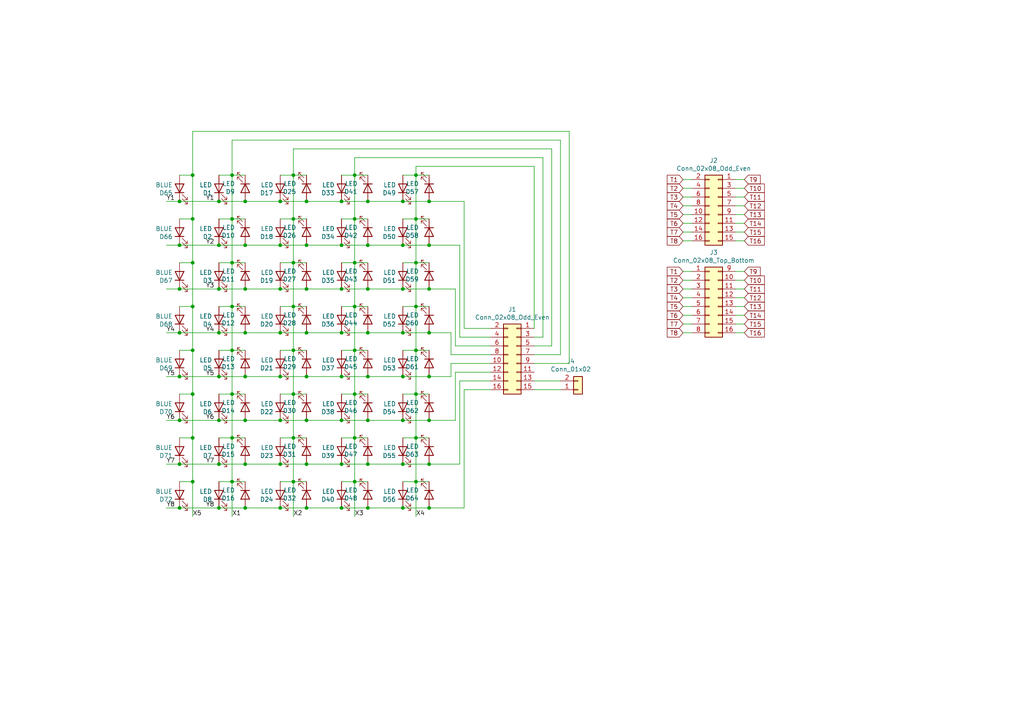
<source format=kicad_sch>
(kicad_sch (version 20230121) (generator eeschema)
  (paper "A4")
  (lib_symbols
    (symbol "Connector_Generic:Conn_01x02" (pin_names (offset 1.016) hide)
      (property "Reference" "J" (at 0 2.54 0))
      (property "Value" "Conn_01x02" (at 0 -5.08 0))
      (symbol "Conn_01x02_1_1"
        (rectangle (start -1.27 -2.413) (end 0 -2.667) (stroke (width 0.1524)))
        (rectangle (start -1.27 0.127) (end 0 -0.127) (stroke (width 0.1524)))
        (rectangle (start -1.27 1.27) (end 1.27 -3.81) (stroke (width 0.254)) (fill (type background)))
        (pin passive line (at -5.08 0 0) (length 3.81) (name "Pin_1") (number "1"))
        (pin passive line (at -5.08 -2.54 0) (length 3.81) (name "Pin_2") (number "2"))
      )
    )
    (symbol "Connector_Generic:Conn_02x08_Odd_Even" (pin_names (offset 1.016) hide)
      (property "Reference" "J" (at 1.27 10.16 0))
      (property "Value" "Conn_02x08_Odd_Even" (at 1.27 -12.7 0))
      (symbol "Conn_02x08_Odd_Even_1_1"
        (rectangle (start -1.27 -10.033) (end 0 -10.287) (stroke (width 0.1524)))
        (rectangle (start -1.27 -7.493) (end 0 -7.747) (stroke (width 0.1524)))
        (rectangle (start -1.27 -4.953) (end 0 -5.207) (stroke (width 0.1524)))
        (rectangle (start -1.27 -2.413) (end 0 -2.667) (stroke (width 0.1524)))
        (rectangle (start -1.27 0.127) (end 0 -0.127) (stroke (width 0.1524)))
        (rectangle (start -1.27 2.667) (end 0 2.413) (stroke (width 0.1524)))
        (rectangle (start -1.27 5.207) (end 0 4.953) (stroke (width 0.1524)))
        (rectangle (start -1.27 7.747) (end 0 7.493) (stroke (width 0.1524)))
        (rectangle (start -1.27 8.89) (end 3.81 -11.43) (stroke (width 0.254)) (fill (type background)))
        (rectangle (start 3.81 -10.033) (end 2.54 -10.287) (stroke (width 0.1524)))
        (rectangle (start 3.81 -7.493) (end 2.54 -7.747) (stroke (width 0.1524)))
        (rectangle (start 3.81 -4.953) (end 2.54 -5.207) (stroke (width 0.1524)))
        (rectangle (start 3.81 -2.413) (end 2.54 -2.667) (stroke (width 0.1524)))
        (rectangle (start 3.81 0.127) (end 2.54 -0.127) (stroke (width 0.1524)))
        (rectangle (start 3.81 2.667) (end 2.54 2.413) (stroke (width 0.1524)))
        (rectangle (start 3.81 5.207) (end 2.54 4.953) (stroke (width 0.1524)))
        (rectangle (start 3.81 7.747) (end 2.54 7.493) (stroke (width 0.1524)))
        (pin passive line (at -5.08 7.62 0) (length 3.81) (name "Pin_1") (number "1"))
        (pin passive line (at 7.62 -2.54 180) (length 3.81) (name "Pin_10") (number "10"))
        (pin passive line (at -5.08 -5.08 0) (length 3.81) (name "Pin_11") (number "11"))
        (pin passive line (at 7.62 -5.08 180) (length 3.81) (name "Pin_12") (number "12"))
        (pin passive line (at -5.08 -7.62 0) (length 3.81) (name "Pin_13") (number "13"))
        (pin passive line (at 7.62 -7.62 180) (length 3.81) (name "Pin_14") (number "14"))
        (pin passive line (at -5.08 -10.16 0) (length 3.81) (name "Pin_15") (number "15"))
        (pin passive line (at 7.62 -10.16 180) (length 3.81) (name "Pin_16") (number "16"))
        (pin passive line (at 7.62 7.62 180) (length 3.81) (name "Pin_2") (number "2"))
        (pin passive line (at -5.08 5.08 0) (length 3.81) (name "Pin_3") (number "3"))
        (pin passive line (at 7.62 5.08 180) (length 3.81) (name "Pin_4") (number "4"))
        (pin passive line (at -5.08 2.54 0) (length 3.81) (name "Pin_5") (number "5"))
        (pin passive line (at 7.62 2.54 180) (length 3.81) (name "Pin_6") (number "6"))
        (pin passive line (at -5.08 0 0) (length 3.81) (name "Pin_7") (number "7"))
        (pin passive line (at 7.62 0 180) (length 3.81) (name "Pin_8") (number "8"))
        (pin passive line (at -5.08 -2.54 0) (length 3.81) (name "Pin_9") (number "9"))
      )
    )
    (symbol "Connector_Generic:Conn_02x08_Top_Bottom" (pin_names (offset 1.016) hide)
      (property "Reference" "J" (at 1.27 10.16 0))
      (property "Value" "Conn_02x08_Top_Bottom" (at 1.27 -12.7 0))
      (symbol "Conn_02x08_Top_Bottom_1_1"
        (rectangle (start -1.27 -10.033) (end 0 -10.287) (stroke (width 0.1524)))
        (rectangle (start -1.27 -7.493) (end 0 -7.747) (stroke (width 0.1524)))
        (rectangle (start -1.27 -4.953) (end 0 -5.207) (stroke (width 0.1524)))
        (rectangle (start -1.27 -2.413) (end 0 -2.667) (stroke (width 0.1524)))
        (rectangle (start -1.27 0.127) (end 0 -0.127) (stroke (width 0.1524)))
        (rectangle (start -1.27 2.667) (end 0 2.413) (stroke (width 0.1524)))
        (rectangle (start -1.27 5.207) (end 0 4.953) (stroke (width 0.1524)))
        (rectangle (start -1.27 7.747) (end 0 7.493) (stroke (width 0.1524)))
        (rectangle (start -1.27 8.89) (end 3.81 -11.43) (stroke (width 0.254)) (fill (type background)))
        (rectangle (start 3.81 -10.033) (end 2.54 -10.287) (stroke (width 0.1524)))
        (rectangle (start 3.81 -7.493) (end 2.54 -7.747) (stroke (width 0.1524)))
        (rectangle (start 3.81 -4.953) (end 2.54 -5.207) (stroke (width 0.1524)))
        (rectangle (start 3.81 -2.413) (end 2.54 -2.667) (stroke (width 0.1524)))
        (rectangle (start 3.81 0.127) (end 2.54 -0.127) (stroke (width 0.1524)))
        (rectangle (start 3.81 2.667) (end 2.54 2.413) (stroke (width 0.1524)))
        (rectangle (start 3.81 5.207) (end 2.54 4.953) (stroke (width 0.1524)))
        (rectangle (start 3.81 7.747) (end 2.54 7.493) (stroke (width 0.1524)))
        (pin passive line (at -5.08 7.62 0) (length 3.81) (name "Pin_1") (number "1"))
        (pin passive line (at 7.62 5.08 180) (length 3.81) (name "Pin_10") (number "10"))
        (pin passive line (at 7.62 2.54 180) (length 3.81) (name "Pin_11") (number "11"))
        (pin passive line (at 7.62 0 180) (length 3.81) (name "Pin_12") (number "12"))
        (pin passive line (at 7.62 -2.54 180) (length 3.81) (name "Pin_13") (number "13"))
        (pin passive line (at 7.62 -5.08 180) (length 3.81) (name "Pin_14") (number "14"))
        (pin passive line (at 7.62 -7.62 180) (length 3.81) (name "Pin_15") (number "15"))
        (pin passive line (at 7.62 -10.16 180) (length 3.81) (name "Pin_16") (number "16"))
        (pin passive line (at -5.08 5.08 0) (length 3.81) (name "Pin_2") (number "2"))
        (pin passive line (at -5.08 2.54 0) (length 3.81) (name "Pin_3") (number "3"))
        (pin passive line (at -5.08 0 0) (length 3.81) (name "Pin_4") (number "4"))
        (pin passive line (at -5.08 -2.54 0) (length 3.81) (name "Pin_5") (number "5"))
        (pin passive line (at -5.08 -5.08 0) (length 3.81) (name "Pin_6") (number "6"))
        (pin passive line (at -5.08 -7.62 0) (length 3.81) (name "Pin_7") (number "7"))
        (pin passive line (at -5.08 -10.16 0) (length 3.81) (name "Pin_8") (number "8"))
        (pin passive line (at 7.62 7.62 180) (length 3.81) (name "Pin_9") (number "9"))
      )
    )
    (symbol "Device:LED" (pin_numbers hide) (pin_names (offset 1.016) hide)
      (property "Reference" "D" (at 0 2.54 0))
      (property "Value" "LED" (at 0 -2.54 0))
      (symbol "LED_0_1"
        (polyline (pts (xy -1.27 -1.27) (xy -1.27 1.27)) (stroke (width 0.254)))
        (polyline (pts (xy -1.27 0) (xy 1.27 0)))
        (polyline (pts (xy 1.27 -1.27) (xy 1.27 1.27) (xy -1.27 0) (xy 1.27 -1.27)) (stroke (width 0.254)))
        (polyline (pts (xy -3.048 -0.762) (xy -4.572 -2.286) (xy -3.81 -2.286) (xy -4.572 -2.286) (xy -4.572 -1.524)))
        (polyline (pts (xy -1.778 -0.762) (xy -3.302 -2.286) (xy -2.54 -2.286) (xy -3.302 -2.286) (xy -3.302 -1.524)))
      )
      (symbol "LED_1_1"
        (pin passive line (at -3.81 0 0) (length 2.54) (name "K") (number "1"))
        (pin passive line (at 3.81 0 180) (length 2.54) (name "A") (number "2"))
      )
    )
  )
  (junction (at 85.09 63.5))
  (junction (at 124.46 147.32))
  (junction (at 81.28 134.62))
  (junction (at 106.68 83.82))
  (junction (at 63.5 71.12))
  (junction (at 106.68 71.12))
  (junction (at 85.09 50.8))
  (junction (at 102.87 88.9))
  (junction (at 52.07 58.42))
  (junction (at 88.9 147.32))
  (junction (at 55.88 76.2))
  (junction (at 52.07 121.92))
  (junction (at 81.28 83.82))
  (junction (at 63.5 109.22))
  (junction (at 81.28 121.92))
  (junction (at 99.06 96.52))
  (junction (at 71.12 71.12))
  (junction (at 67.31 76.2))
  (junction (at 81.28 96.52))
  (junction (at 55.88 88.9))
  (junction (at 71.12 147.32))
  (junction (at 81.28 58.42))
  (junction (at 106.68 121.92))
  (junction (at 116.84 71.12))
  (junction (at 55.88 114.3))
  (junction (at 116.84 83.82))
  (junction (at 55.88 139.7))
  (junction (at 55.88 63.5))
  (junction (at 63.5 147.32))
  (junction (at 120.65 88.9))
  (junction (at 120.65 63.5))
  (junction (at 71.12 134.62))
  (junction (at 52.07 83.82))
  (junction (at 116.84 147.32))
  (junction (at 52.07 134.62))
  (junction (at 88.9 134.62))
  (junction (at 99.06 58.42))
  (junction (at 106.68 109.22))
  (junction (at 124.46 96.52))
  (junction (at 85.09 114.3))
  (junction (at 81.28 71.12))
  (junction (at 63.5 134.62))
  (junction (at 71.12 83.82))
  (junction (at 124.46 71.12))
  (junction (at 106.68 58.42))
  (junction (at 99.06 121.92))
  (junction (at 116.84 134.62))
  (junction (at 85.09 88.9))
  (junction (at 55.88 101.6))
  (junction (at 85.09 139.7))
  (junction (at 124.46 58.42))
  (junction (at 88.9 96.52))
  (junction (at 67.31 127))
  (junction (at 124.46 83.82))
  (junction (at 88.9 83.82))
  (junction (at 106.68 134.62))
  (junction (at 120.65 101.6))
  (junction (at 120.65 127))
  (junction (at 116.84 58.42))
  (junction (at 88.9 109.22))
  (junction (at 67.31 139.7))
  (junction (at 88.9 71.12))
  (junction (at 116.84 121.92))
  (junction (at 63.5 96.52))
  (junction (at 67.31 88.9))
  (junction (at 71.12 121.92))
  (junction (at 124.46 121.92))
  (junction (at 71.12 96.52))
  (junction (at 67.31 114.3))
  (junction (at 102.87 76.2))
  (junction (at 55.88 50.8))
  (junction (at 81.28 147.32))
  (junction (at 99.06 147.32))
  (junction (at 81.28 109.22))
  (junction (at 63.5 121.92))
  (junction (at 99.06 109.22))
  (junction (at 99.06 134.62))
  (junction (at 52.07 96.52))
  (junction (at 52.07 71.12))
  (junction (at 120.65 139.7))
  (junction (at 102.87 127))
  (junction (at 124.46 109.22))
  (junction (at 67.31 101.6))
  (junction (at 106.68 96.52))
  (junction (at 124.46 134.62))
  (junction (at 85.09 127))
  (junction (at 102.87 139.7))
  (junction (at 102.87 114.3))
  (junction (at 67.31 63.5))
  (junction (at 120.65 76.2))
  (junction (at 102.87 101.6))
  (junction (at 67.31 50.8))
  (junction (at 88.9 121.92))
  (junction (at 116.84 109.22))
  (junction (at 106.68 147.32))
  (junction (at 55.88 127))
  (junction (at 52.07 109.22))
  (junction (at 116.84 96.52))
  (junction (at 85.09 76.2))
  (junction (at 99.06 83.82))
  (junction (at 71.12 109.22))
  (junction (at 88.9 58.42))
  (junction (at 52.07 147.32))
  (junction (at 63.5 83.82))
  (junction (at 71.12 58.42))
  (junction (at 99.06 71.12))
  (junction (at 63.5 58.42))
  (junction (at 85.09 101.6))
  (junction (at 120.65 50.8))
  (junction (at 102.87 63.5))
  (junction (at 102.87 50.8))
  (junction (at 120.65 114.3))
  (wire (pts (xy 154.94 113.03) (xy 162.56 113.03)))
  (wire (pts (xy 157.48 97.79) (xy 157.48 45.72)))
  (wire (pts (xy 67.31 76.2) (xy 71.12 76.2)))
  (wire (pts (xy 198.12 96.52) (xy 200.66 96.52)))
  (wire (pts (xy 48.26 134.62) (xy 52.07 134.62)))
  (wire (pts (xy 55.88 88.9) (xy 55.88 101.6)))
  (wire (pts (xy 162.56 40.64) (xy 67.31 40.64)))
  (wire (pts (xy 99.06 134.62) (xy 106.68 134.62)))
  (wire (pts (xy 81.28 96.52) (xy 88.9 96.52)))
  (wire (pts (xy 102.87 127) (xy 102.87 139.7)))
  (wire (pts (xy 85.09 43.18) (xy 160.02 43.18)))
  (wire (pts (xy 198.12 86.36) (xy 200.66 86.36)))
  (wire (pts (xy 63.5 76.2) (xy 67.31 76.2)))
  (wire (pts (xy 133.35 134.62) (xy 133.35 110.49)))
  (wire (pts (xy 55.88 101.6) (xy 55.88 114.3)))
  (wire (pts (xy 213.36 83.82) (xy 215.9 83.82)))
  (wire (pts (xy 99.06 101.6) (xy 102.87 101.6)))
  (wire (pts (xy 63.5 58.42) (xy 71.12 58.42)))
  (wire (pts (xy 116.84 96.52) (xy 124.46 96.52)))
  (wire (pts (xy 52.07 88.9) (xy 55.88 88.9)))
  (wire (pts (xy 213.36 86.36) (xy 215.9 86.36)))
  (wire (pts (xy 198.12 67.31) (xy 200.66 67.31)))
  (wire (pts (xy 102.87 114.3) (xy 102.87 127)))
  (wire (pts (xy 67.31 101.6) (xy 71.12 101.6)))
  (wire (pts (xy 132.08 83.82) (xy 132.08 100.33)))
  (wire (pts (xy 124.46 121.92) (xy 132.08 121.92)))
  (wire (pts (xy 52.07 114.3) (xy 55.88 114.3)))
  (wire (pts (xy 52.07 83.82) (xy 63.5 83.82)))
  (wire (pts (xy 52.07 71.12) (xy 63.5 71.12)))
  (wire (pts (xy 134.62 95.25) (xy 142.24 95.25)))
  (wire (pts (xy 120.65 76.2) (xy 120.65 88.9)))
  (wire (pts (xy 55.88 38.1) (xy 165.1 38.1)))
  (wire (pts (xy 85.09 43.18) (xy 85.09 50.8)))
  (wire (pts (xy 71.12 96.52) (xy 81.28 96.52)))
  (wire (pts (xy 55.88 76.2) (xy 55.88 88.9)))
  (wire (pts (xy 106.68 109.22) (xy 116.84 109.22)))
  (wire (pts (xy 213.36 54.61) (xy 215.9 54.61)))
  (wire (pts (xy 120.65 63.5) (xy 124.46 63.5)))
  (wire (pts (xy 120.65 63.5) (xy 120.65 76.2)))
  (wire (pts (xy 63.5 147.32) (xy 71.12 147.32)))
  (wire (pts (xy 88.9 134.62) (xy 99.06 134.62)))
  (wire (pts (xy 55.88 114.3) (xy 55.88 127)))
  (wire (pts (xy 213.36 96.52) (xy 215.9 96.52)))
  (wire (pts (xy 133.35 97.79) (xy 142.24 97.79)))
  (wire (pts (xy 99.06 63.5) (xy 102.87 63.5)))
  (wire (pts (xy 213.36 67.31) (xy 215.9 67.31)))
  (wire (pts (xy 52.07 127) (xy 55.88 127)))
  (wire (pts (xy 106.68 83.82) (xy 116.84 83.82)))
  (wire (pts (xy 81.28 58.42) (xy 88.9 58.42)))
  (wire (pts (xy 67.31 88.9) (xy 67.31 101.6)))
  (wire (pts (xy 165.1 38.1) (xy 165.1 105.41)))
  (wire (pts (xy 124.46 83.82) (xy 132.08 83.82)))
  (wire (pts (xy 85.09 101.6) (xy 85.09 114.3)))
  (wire (pts (xy 81.28 50.8) (xy 85.09 50.8)))
  (wire (pts (xy 81.28 127) (xy 85.09 127)))
  (wire (pts (xy 48.26 147.32) (xy 52.07 147.32)))
  (wire (pts (xy 116.84 88.9) (xy 120.65 88.9)))
  (wire (pts (xy 55.88 50.8) (xy 55.88 63.5)))
  (wire (pts (xy 198.12 64.77) (xy 200.66 64.77)))
  (wire (pts (xy 81.28 121.92) (xy 88.9 121.92)))
  (wire (pts (xy 71.12 109.22) (xy 81.28 109.22)))
  (wire (pts (xy 213.36 91.44) (xy 215.9 91.44)))
  (wire (pts (xy 99.06 50.8) (xy 102.87 50.8)))
  (wire (pts (xy 116.84 147.32) (xy 124.46 147.32)))
  (wire (pts (xy 102.87 127) (xy 106.68 127)))
  (wire (pts (xy 55.88 139.7) (xy 55.88 149.86)))
  (wire (pts (xy 85.09 63.5) (xy 85.09 76.2)))
  (wire (pts (xy 85.09 76.2) (xy 88.9 76.2)))
  (wire (pts (xy 102.87 114.3) (xy 106.68 114.3)))
  (wire (pts (xy 67.31 127) (xy 67.31 139.7)))
  (wire (pts (xy 116.84 50.8) (xy 120.65 50.8)))
  (wire (pts (xy 48.26 121.92) (xy 52.07 121.92)))
  (wire (pts (xy 99.06 76.2) (xy 102.87 76.2)))
  (wire (pts (xy 67.31 63.5) (xy 67.31 76.2)))
  (wire (pts (xy 85.09 50.8) (xy 88.9 50.8)))
  (wire (pts (xy 198.12 91.44) (xy 200.66 91.44)))
  (wire (pts (xy 106.68 134.62) (xy 116.84 134.62)))
  (wire (pts (xy 88.9 71.12) (xy 99.06 71.12)))
  (wire (pts (xy 52.07 76.2) (xy 55.88 76.2)))
  (wire (pts (xy 120.65 127) (xy 120.65 139.7)))
  (wire (pts (xy 71.12 121.92) (xy 81.28 121.92)))
  (wire (pts (xy 106.68 58.42) (xy 116.84 58.42)))
  (wire (pts (xy 99.06 127) (xy 102.87 127)))
  (wire (pts (xy 81.28 109.22) (xy 88.9 109.22)))
  (wire (pts (xy 52.07 134.62) (xy 63.5 134.62)))
  (wire (pts (xy 116.84 139.7) (xy 120.65 139.7)))
  (wire (pts (xy 55.88 127) (xy 55.88 139.7)))
  (wire (pts (xy 81.28 76.2) (xy 85.09 76.2)))
  (wire (pts (xy 48.26 83.82) (xy 52.07 83.82)))
  (wire (pts (xy 130.81 102.87) (xy 142.24 102.87)))
  (wire (pts (xy 102.87 50.8) (xy 106.68 50.8)))
  (wire (pts (xy 134.62 147.32) (xy 134.62 113.03)))
  (wire (pts (xy 120.65 88.9) (xy 124.46 88.9)))
  (wire (pts (xy 55.88 63.5) (xy 55.88 76.2)))
  (wire (pts (xy 130.81 109.22) (xy 130.81 105.41)))
  (wire (pts (xy 154.94 48.26) (xy 154.94 95.25)))
  (wire (pts (xy 120.65 88.9) (xy 120.65 101.6)))
  (wire (pts (xy 99.06 147.32) (xy 106.68 147.32)))
  (wire (pts (xy 85.09 88.9) (xy 85.09 101.6)))
  (wire (pts (xy 81.28 147.32) (xy 88.9 147.32)))
  (wire (pts (xy 160.02 100.33) (xy 154.94 100.33)))
  (wire (pts (xy 67.31 101.6) (xy 67.31 114.3)))
  (wire (pts (xy 102.87 139.7) (xy 102.87 149.86)))
  (wire (pts (xy 85.09 101.6) (xy 88.9 101.6)))
  (wire (pts (xy 213.36 62.23) (xy 215.9 62.23)))
  (wire (pts (xy 198.12 54.61) (xy 200.66 54.61)))
  (wire (pts (xy 213.36 52.07) (xy 215.9 52.07)))
  (wire (pts (xy 63.5 127) (xy 67.31 127)))
  (wire (pts (xy 116.84 71.12) (xy 124.46 71.12)))
  (wire (pts (xy 133.35 110.49) (xy 142.24 110.49)))
  (wire (pts (xy 81.28 63.5) (xy 85.09 63.5)))
  (wire (pts (xy 132.08 100.33) (xy 142.24 100.33)))
  (wire (pts (xy 48.26 58.42) (xy 52.07 58.42)))
  (wire (pts (xy 213.36 59.69) (xy 215.9 59.69)))
  (wire (pts (xy 52.07 101.6) (xy 55.88 101.6)))
  (wire (pts (xy 88.9 147.32) (xy 99.06 147.32)))
  (wire (pts (xy 67.31 50.8) (xy 67.31 63.5)))
  (wire (pts (xy 67.31 50.8) (xy 71.12 50.8)))
  (wire (pts (xy 198.12 78.74) (xy 200.66 78.74)))
  (wire (pts (xy 85.09 114.3) (xy 88.9 114.3)))
  (wire (pts (xy 88.9 83.82) (xy 99.06 83.82)))
  (wire (pts (xy 67.31 114.3) (xy 71.12 114.3)))
  (wire (pts (xy 116.84 134.62) (xy 124.46 134.62)))
  (wire (pts (xy 154.94 110.49) (xy 162.56 110.49)))
  (wire (pts (xy 198.12 52.07) (xy 200.66 52.07)))
  (wire (pts (xy 198.12 83.82) (xy 200.66 83.82)))
  (wire (pts (xy 120.65 101.6) (xy 120.65 114.3)))
  (wire (pts (xy 124.46 58.42) (xy 134.62 58.42)))
  (wire (pts (xy 198.12 93.98) (xy 200.66 93.98)))
  (wire (pts (xy 52.07 139.7) (xy 55.88 139.7)))
  (wire (pts (xy 63.5 88.9) (xy 67.31 88.9)))
  (wire (pts (xy 165.1 105.41) (xy 154.94 105.41)))
  (wire (pts (xy 88.9 96.52) (xy 99.06 96.52)))
  (wire (pts (xy 120.65 114.3) (xy 124.46 114.3)))
  (wire (pts (xy 130.81 96.52) (xy 130.81 102.87)))
  (wire (pts (xy 55.88 38.1) (xy 55.88 50.8)))
  (wire (pts (xy 52.07 58.42) (xy 63.5 58.42)))
  (wire (pts (xy 116.84 76.2) (xy 120.65 76.2)))
  (wire (pts (xy 63.5 71.12) (xy 71.12 71.12)))
  (wire (pts (xy 124.46 109.22) (xy 130.81 109.22)))
  (wire (pts (xy 71.12 71.12) (xy 81.28 71.12)))
  (wire (pts (xy 133.35 71.12) (xy 133.35 97.79)))
  (wire (pts (xy 116.84 109.22) (xy 124.46 109.22)))
  (wire (pts (xy 52.07 96.52) (xy 63.5 96.52)))
  (wire (pts (xy 160.02 43.18) (xy 160.02 100.33)))
  (wire (pts (xy 102.87 45.72) (xy 102.87 50.8)))
  (wire (pts (xy 198.12 81.28) (xy 200.66 81.28)))
  (wire (pts (xy 52.07 147.32) (xy 63.5 147.32)))
  (wire (pts (xy 99.06 83.82) (xy 106.68 83.82)))
  (wire (pts (xy 85.09 139.7) (xy 85.09 149.86)))
  (wire (pts (xy 71.12 83.82) (xy 81.28 83.82)))
  (wire (pts (xy 63.5 101.6) (xy 67.31 101.6)))
  (wire (pts (xy 63.5 83.82) (xy 71.12 83.82)))
  (wire (pts (xy 52.07 63.5) (xy 55.88 63.5)))
  (wire (pts (xy 213.36 81.28) (xy 215.9 81.28)))
  (wire (pts (xy 213.36 93.98) (xy 215.9 93.98)))
  (wire (pts (xy 67.31 63.5) (xy 71.12 63.5)))
  (wire (pts (xy 102.87 76.2) (xy 102.87 88.9)))
  (wire (pts (xy 102.87 139.7) (xy 106.68 139.7)))
  (wire (pts (xy 63.5 50.8) (xy 67.31 50.8)))
  (wire (pts (xy 102.87 101.6) (xy 106.68 101.6)))
  (wire (pts (xy 67.31 139.7) (xy 71.12 139.7)))
  (wire (pts (xy 85.09 63.5) (xy 88.9 63.5)))
  (wire (pts (xy 120.65 50.8) (xy 124.46 50.8)))
  (wire (pts (xy 116.84 101.6) (xy 120.65 101.6)))
  (wire (pts (xy 132.08 121.92) (xy 132.08 107.95)))
  (wire (pts (xy 85.09 139.7) (xy 88.9 139.7)))
  (wire (pts (xy 102.87 63.5) (xy 102.87 76.2)))
  (wire (pts (xy 124.46 71.12) (xy 133.35 71.12)))
  (wire (pts (xy 88.9 109.22) (xy 99.06 109.22)))
  (wire (pts (xy 81.28 88.9) (xy 85.09 88.9)))
  (wire (pts (xy 99.06 96.52) (xy 106.68 96.52)))
  (wire (pts (xy 99.06 109.22) (xy 106.68 109.22)))
  (wire (pts (xy 81.28 71.12) (xy 88.9 71.12)))
  (wire (pts (xy 81.28 101.6) (xy 85.09 101.6)))
  (wire (pts (xy 102.87 76.2) (xy 106.68 76.2)))
  (wire (pts (xy 213.36 64.77) (xy 215.9 64.77)))
  (wire (pts (xy 99.06 121.92) (xy 106.68 121.92)))
  (wire (pts (xy 99.06 71.12) (xy 106.68 71.12)))
  (wire (pts (xy 157.48 45.72) (xy 102.87 45.72)))
  (wire (pts (xy 120.65 114.3) (xy 120.65 127)))
  (wire (pts (xy 48.26 71.12) (xy 52.07 71.12)))
  (wire (pts (xy 116.84 127) (xy 120.65 127)))
  (wire (pts (xy 198.12 59.69) (xy 200.66 59.69)))
  (wire (pts (xy 198.12 69.85) (xy 200.66 69.85)))
  (wire (pts (xy 85.09 114.3) (xy 85.09 127)))
  (wire (pts (xy 63.5 109.22) (xy 71.12 109.22)))
  (wire (pts (xy 134.62 113.03) (xy 142.24 113.03)))
  (wire (pts (xy 71.12 134.62) (xy 81.28 134.62)))
  (wire (pts (xy 81.28 83.82) (xy 88.9 83.82)))
  (wire (pts (xy 81.28 139.7) (xy 85.09 139.7)))
  (wire (pts (xy 67.31 114.3) (xy 67.31 127)))
  (wire (pts (xy 134.62 58.42) (xy 134.62 95.25)))
  (wire (pts (xy 154.94 102.87) (xy 162.56 102.87)))
  (wire (pts (xy 85.09 50.8) (xy 85.09 63.5)))
  (wire (pts (xy 81.28 134.62) (xy 88.9 134.62)))
  (wire (pts (xy 120.65 127) (xy 124.46 127)))
  (wire (pts (xy 120.65 50.8) (xy 120.65 48.26)))
  (wire (pts (xy 106.68 71.12) (xy 116.84 71.12)))
  (wire (pts (xy 102.87 50.8) (xy 102.87 63.5)))
  (wire (pts (xy 116.84 63.5) (xy 120.65 63.5)))
  (wire (pts (xy 67.31 127) (xy 71.12 127)))
  (wire (pts (xy 120.65 101.6) (xy 124.46 101.6)))
  (wire (pts (xy 63.5 63.5) (xy 67.31 63.5)))
  (wire (pts (xy 99.06 139.7) (xy 102.87 139.7)))
  (wire (pts (xy 99.06 88.9) (xy 102.87 88.9)))
  (wire (pts (xy 213.36 88.9) (xy 215.9 88.9)))
  (wire (pts (xy 88.9 58.42) (xy 99.06 58.42)))
  (wire (pts (xy 63.5 114.3) (xy 67.31 114.3)))
  (wire (pts (xy 67.31 40.64) (xy 67.31 50.8)))
  (wire (pts (xy 106.68 121.92) (xy 116.84 121.92)))
  (wire (pts (xy 67.31 139.7) (xy 67.31 149.86)))
  (wire (pts (xy 85.09 127) (xy 85.09 139.7)))
  (wire (pts (xy 88.9 121.92) (xy 99.06 121.92)))
  (wire (pts (xy 120.65 48.26) (xy 154.94 48.26)))
  (wire (pts (xy 124.46 134.62) (xy 133.35 134.62)))
  (wire (pts (xy 116.84 121.92) (xy 124.46 121.92)))
  (wire (pts (xy 198.12 88.9) (xy 200.66 88.9)))
  (wire (pts (xy 116.84 83.82) (xy 124.46 83.82)))
  (wire (pts (xy 99.06 58.42) (xy 106.68 58.42)))
  (wire (pts (xy 102.87 63.5) (xy 106.68 63.5)))
  (wire (pts (xy 116.84 58.42) (xy 124.46 58.42)))
  (wire (pts (xy 154.94 97.79) (xy 157.48 97.79)))
  (wire (pts (xy 52.07 50.8) (xy 55.88 50.8)))
  (wire (pts (xy 71.12 58.42) (xy 81.28 58.42)))
  (wire (pts (xy 85.09 127) (xy 88.9 127)))
  (wire (pts (xy 63.5 96.52) (xy 71.12 96.52)))
  (wire (pts (xy 48.26 96.52) (xy 52.07 96.52)))
  (wire (pts (xy 120.65 76.2) (xy 124.46 76.2)))
  (wire (pts (xy 52.07 109.22) (xy 63.5 109.22)))
  (wire (pts (xy 132.08 107.95) (xy 142.24 107.95)))
  (wire (pts (xy 213.36 78.74) (xy 215.9 78.74)))
  (wire (pts (xy 106.68 96.52) (xy 116.84 96.52)))
  (wire (pts (xy 213.36 69.85) (xy 215.9 69.85)))
  (wire (pts (xy 162.56 102.87) (xy 162.56 40.64)))
  (wire (pts (xy 99.06 114.3) (xy 102.87 114.3)))
  (wire (pts (xy 124.46 147.32) (xy 134.62 147.32)))
  (wire (pts (xy 213.36 57.15) (xy 215.9 57.15)))
  (wire (pts (xy 48.26 109.22) (xy 52.07 109.22)))
  (wire (pts (xy 81.28 114.3) (xy 85.09 114.3)))
  (wire (pts (xy 120.65 50.8) (xy 120.65 63.5)))
  (wire (pts (xy 63.5 139.7) (xy 67.31 139.7)))
  (wire (pts (xy 52.07 121.92) (xy 63.5 121.92)))
  (wire (pts (xy 102.87 88.9) (xy 106.68 88.9)))
  (wire (pts (xy 116.84 114.3) (xy 120.65 114.3)))
  (wire (pts (xy 67.31 88.9) (xy 71.12 88.9)))
  (wire (pts (xy 198.12 62.23) (xy 200.66 62.23)))
  (wire (pts (xy 124.46 96.52) (xy 130.81 96.52)))
  (wire (pts (xy 198.12 57.15) (xy 200.66 57.15)))
  (wire (pts (xy 71.12 147.32) (xy 81.28 147.32)))
  (wire (pts (xy 106.68 147.32) (xy 116.84 147.32)))
  (wire (pts (xy 85.09 76.2) (xy 85.09 88.9)))
  (wire (pts (xy 102.87 88.9) (xy 102.87 101.6)))
  (wire (pts (xy 120.65 139.7) (xy 124.46 139.7)))
  (wire (pts (xy 85.09 88.9) (xy 88.9 88.9)))
  (wire (pts (xy 102.87 101.6) (xy 102.87 114.3)))
  (wire (pts (xy 63.5 134.62) (xy 71.12 134.62)))
  (wire (pts (xy 130.81 105.41) (xy 142.24 105.41)))
  (wire (pts (xy 63.5 121.92) (xy 71.12 121.92)))
  (wire (pts (xy 67.31 76.2) (xy 67.31 88.9)))
  (wire (pts (xy 120.65 139.7) (xy 120.65 149.86)))
  (label "Y6" (at 48.26 121.92 0))
  (label "Y5" (at 48.26 109.22 0))
  (label "X1" (at 67.31 149.86 0))
  (label "X5" (at 55.88 149.86 0))
  (label "Y3" (at 59.69 83.82 0))
  (label "Y2" (at 59.69 71.12 0))
  (label "X2" (at 85.09 149.86 0))
  (label "Y1" (at 48.26 58.42 0))
  (label "Y8" (at 59.69 147.32 0))
  (label "Y7" (at 48.26 134.62 0))
  (label "X4" (at 120.65 149.86 0))
  (label "X3" (at 102.87 149.86 0))
  (label "Y1" (at 59.69 58.42 0))
  (label "Y4" (at 48.26 96.52 0))
  (label "Y8" (at 48.26 147.32 0))
  (label "Y5" (at 59.69 109.22 0))
  (label "Y7" (at 59.69 134.62 0))
  (label "Y6" (at 59.69 121.92 0))
  (label "Y4" (at 59.69 96.52 0))
  (global_label "T15" (shape input) (at 215.9 93.98 0) (property "Intersheetrefs" "${INTERSHEET_REFS}" (effects hide)))
  (global_label "T5" (shape input) (at 198.12 62.23 180) (property "Intersheetrefs" "${INTERSHEET_REFS}" (effects hide)))
  (global_label "T6" (shape input) (at 198.12 91.44 180) (property "Intersheetrefs" "${INTERSHEET_REFS}" (effects hide)))
  (global_label "T14" (shape input) (at 215.9 91.44 0) (property "Intersheetrefs" "${INTERSHEET_REFS}" (effects hide)))
  (global_label "T12" (shape input) (at 215.9 86.36 0) (property "Intersheetrefs" "${INTERSHEET_REFS}" (effects hide)))
  (global_label "T1" (shape input) (at 198.12 52.07 180) (property "Intersheetrefs" "${INTERSHEET_REFS}" (effects hide)))
  (global_label "T2" (shape input) (at 198.12 81.28 180) (property "Intersheetrefs" "${INTERSHEET_REFS}" (effects hide)))
  (global_label "T16" (shape input) (at 215.9 69.85 0) (property "Intersheetrefs" "${INTERSHEET_REFS}" (effects hide)))
  (global_label "T9" (shape input) (at 215.9 52.07 0) (property "Intersheetrefs" "${INTERSHEET_REFS}" (effects hide)))
  (global_label "T2" (shape input) (at 198.12 54.61 180) (property "Intersheetrefs" "${INTERSHEET_REFS}" (effects hide)))
  (global_label "T11" (shape input) (at 215.9 57.15 0) (property "Intersheetrefs" "${INTERSHEET_REFS}" (effects hide)))
  (global_label "T11" (shape input) (at 215.9 83.82 0) (property "Intersheetrefs" "${INTERSHEET_REFS}" (effects hide)))
  (global_label "T10" (shape input) (at 215.9 54.61 0) (property "Intersheetrefs" "${INTERSHEET_REFS}" (effects hide)))
  (global_label "T3" (shape input) (at 198.12 83.82 180) (property "Intersheetrefs" "${INTERSHEET_REFS}" (effects hide)))
  (global_label "T4" (shape input) (at 198.12 59.69 180) (property "Intersheetrefs" "${INTERSHEET_REFS}" (effects hide)))
  (global_label "T4" (shape input) (at 198.12 86.36 180) (property "Intersheetrefs" "${INTERSHEET_REFS}" (effects hide)))
  (global_label "T13" (shape input) (at 215.9 88.9 0) (property "Intersheetrefs" "${INTERSHEET_REFS}" (effects hide)))
  (global_label "T6" (shape input) (at 198.12 64.77 180) (property "Intersheetrefs" "${INTERSHEET_REFS}" (effects hide)))
  (global_label "T15" (shape input) (at 215.9 67.31 0) (property "Intersheetrefs" "${INTERSHEET_REFS}" (effects hide)))
  (global_label "T16" (shape input) (at 215.9 96.52 0) (property "Intersheetrefs" "${INTERSHEET_REFS}" (effects hide)))
  (global_label "T8" (shape input) (at 198.12 69.85 180) (property "Intersheetrefs" "${INTERSHEET_REFS}" (effects hide)))
  (global_label "T9" (shape input) (at 215.9 78.74 0) (property "Intersheetrefs" "${INTERSHEET_REFS}" (effects hide)))
  (global_label "T8" (shape input) (at 198.12 96.52 180) (property "Intersheetrefs" "${INTERSHEET_REFS}" (effects hide)))
  (global_label "T7" (shape input) (at 198.12 93.98 180) (property "Intersheetrefs" "${INTERSHEET_REFS}" (effects hide)))
  (global_label "T5" (shape input) (at 198.12 88.9 180) (property "Intersheetrefs" "${INTERSHEET_REFS}" (effects hide)))
  (global_label "T13" (shape input) (at 215.9 62.23 0) (property "Intersheetrefs" "${INTERSHEET_REFS}" (effects hide)))
  (global_label "T10" (shape input) (at 215.9 81.28 0) (property "Intersheetrefs" "${INTERSHEET_REFS}" (effects hide)))
  (global_label "T1" (shape input) (at 198.12 78.74 180) (property "Intersheetrefs" "${INTERSHEET_REFS}" (effects hide)))
  (global_label "T14" (shape input) (at 215.9 64.77 0) (property "Intersheetrefs" "${INTERSHEET_REFS}" (effects hide)))
  (global_label "T3" (shape input) (at 198.12 57.15 180) (property "Intersheetrefs" "${INTERSHEET_REFS}" (effects hide)))
  (global_label "T12" (shape input) (at 215.9 59.69 0) (property "Intersheetrefs" "${INTERSHEET_REFS}" (effects hide)))
  (global_label "T7" (shape input) (at 198.12 67.31 180) (property "Intersheetrefs" "${INTERSHEET_REFS}" (effects hide)))
  (symbol (lib_id "Device:LED") (at 63.5 54.61 90) (unit 1)
    (property "Reference" "D1" (at 61.5188 55.9562 90) (effects (justify left)))
    (property "Value" "LED" (at 61.5188 53.6448 90) (effects (justify left)))
    (property "Footprint" "plinkyblackfront:led_reverse_2mm_hole" (effects hide))
    (property "LCSC" "C5201648" (effects hide))
  )
  (symbol (lib_id "Device:LED") (at 71.12 54.61 270) (unit 1)
    (property "Reference" "D9" (at 68.1482 55.6006 90) (effects (justify right)))
    (property "Value" "LED" (at 68.1482 53.2892 90) (effects (justify right)))
    (property "Footprint" "plinkyblackfront:led_reverse_2mm_hole" (effects hide))
    (property "LCSC" "C5201648" (effects hide))
  )
  (symbol (lib_id "Device:LED") (at 81.28 54.61 90) (unit 1)
    (property "Reference" "D17" (at 79.2988 55.9562 90) (effects (justify left)))
    (property "Value" "LED" (at 79.2988 53.6448 90) (effects (justify left)))
    (property "Footprint" "plinkyblackfront:led_reverse_2mm_hole" (effects hide))
    (property "LCSC" "C5201648" (effects hide))
  )
  (symbol (lib_id "Device:LED") (at 88.9 54.61 270) (unit 1)
    (property "Reference" "D25" (at 85.9282 55.6006 90) (effects (justify right)))
    (property "Value" "LED" (at 85.9282 53.2892 90) (effects (justify right)))
    (property "Footprint" "plinkyblackfront:led_reverse_2mm_hole" (effects hide))
    (property "LCSC" "C5201648" (effects hide))
  )
  (symbol (lib_id "Device:LED") (at 99.06 54.61 90) (unit 1)
    (property "Reference" "D33" (at 97.0788 55.9562 90) (effects (justify left)))
    (property "Value" "LED" (at 97.0788 53.6448 90) (effects (justify left)))
    (property "Footprint" "plinkyblackfront:led_reverse_2mm_hole" (effects hide))
    (property "LCSC" "C5201648" (effects hide))
  )
  (symbol (lib_id "Device:LED") (at 106.68 54.61 270) (unit 1)
    (property "Reference" "D41" (at 103.7082 55.6006 90) (effects (justify right)))
    (property "Value" "LED" (at 103.7082 53.2892 90) (effects (justify right)))
    (property "Footprint" "plinkyblackfront:led_reverse_2mm_hole" (effects hide))
    (property "LCSC" "C5201648" (effects hide))
  )
  (symbol (lib_id "Device:LED") (at 116.84 54.61 90) (unit 1)
    (property "Reference" "D49" (at 114.8588 55.9562 90) (effects (justify left)))
    (property "Value" "LED" (at 114.8588 53.6448 90) (effects (justify left)))
    (property "Footprint" "plinkyblackfront:led_reverse_2mm_hole" (effects hide))
    (property "LCSC" "C5201648" (effects hide))
  )
  (symbol (lib_id "Device:LED") (at 124.46 54.61 270) (unit 1)
    (property "Reference" "D57" (at 121.4882 55.6006 90) (effects (justify right)))
    (property "Value" "LED" (at 121.4882 53.2892 90) (effects (justify right)))
    (property "Footprint" "plinkyblackfront:led_reverse_2mm_hole" (effects hide))
    (property "LCSC" "C5201648" (effects hide))
  )
  (symbol (lib_id "Device:LED") (at 63.5 67.31 90) (unit 1)
    (property "Reference" "D2" (at 61.5188 68.6562 90) (effects (justify left)))
    (property "Value" "LED" (at 61.5188 66.3448 90) (effects (justify left)))
    (property "Footprint" "plinkyblackfront:led_reverse_2mm_hole" (effects hide))
    (property "LCSC" "C5201648" (effects hide))
  )
  (symbol (lib_id "Device:LED") (at 71.12 67.31 270) (unit 1)
    (property "Reference" "D10" (at 68.1482 68.3006 90) (effects (justify right)))
    (property "Value" "LED" (at 68.1482 65.9892 90) (effects (justify right)))
    (property "Footprint" "plinkyblackfront:led_reverse_2mm_hole" (effects hide))
    (property "LCSC" "C5201648" (effects hide))
  )
  (symbol (lib_id "Device:LED") (at 81.28 67.31 90) (unit 1)
    (property "Reference" "D18" (at 79.2988 68.6562 90) (effects (justify left)))
    (property "Value" "LED" (at 79.2988 66.3448 90) (effects (justify left)))
    (property "Footprint" "plinkyblackfront:led_reverse_2mm_hole" (effects hide))
    (property "LCSC" "C5201648" (effects hide))
  )
  (symbol (lib_id "Device:LED") (at 88.9 67.31 270) (unit 1)
    (property "Reference" "D26" (at 85.9282 68.3006 90) (effects (justify right)))
    (property "Value" "LED" (at 85.9282 65.9892 90) (effects (justify right)))
    (property "Footprint" "plinkyblackfront:led_reverse_2mm_hole" (effects hide))
    (property "LCSC" "C5201648" (effects hide))
  )
  (symbol (lib_id "Device:LED") (at 99.06 67.31 90) (unit 1)
    (property "Reference" "D34" (at 97.0788 68.6562 90) (effects (justify left)))
    (property "Value" "LED" (at 97.0788 66.3448 90) (effects (justify left)))
    (property "Footprint" "plinkyblackfront:led_reverse_2mm_hole" (effects hide))
    (property "LCSC" "C5201648" (effects hide))
  )
  (symbol (lib_id "Device:LED") (at 106.68 67.31 270) (unit 1)
    (property "Reference" "D42" (at 103.7082 68.3006 90) (effects (justify right)))
    (property "Value" "LED" (at 103.7082 65.9892 90) (effects (justify right)))
    (property "Footprint" "plinkyblackfront:led_reverse_2mm_hole" (effects hide))
    (property "LCSC" "C5201648" (effects hide))
  )
  (symbol (lib_id "Device:LED") (at 116.84 67.31 90) (unit 1)
    (property "Reference" "D50" (at 114.8588 68.6562 90) (effects (justify left)))
    (property "Value" "LED" (at 114.8588 66.3448 90) (effects (justify left)))
    (property "Footprint" "plinkyblackfront:led_reverse_2mm_hole" (effects hide))
    (property "LCSC" "C5201648" (effects hide))
  )
  (symbol (lib_id "Device:LED") (at 124.46 67.31 270) (unit 1)
    (property "Reference" "D58" (at 121.4882 68.3006 90) (effects (justify right)))
    (property "Value" "LED" (at 121.4882 65.9892 90) (effects (justify right)))
    (property "Footprint" "plinkyblackfront:led_reverse_2mm_hole" (effects hide))
    (property "LCSC" "C5201648" (effects hide))
  )
  (symbol (lib_id "Device:LED") (at 63.5 80.01 90) (unit 1)
    (property "Reference" "D3" (at 61.5188 81.3562 90) (effects (justify left)))
    (property "Value" "LED" (at 61.5188 79.0448 90) (effects (justify left)))
    (property "Footprint" "plinkyblackfront:led_reverse_2mm_hole" (effects hide))
    (property "LCSC" "C5201648" (effects hide))
  )
  (symbol (lib_id "Device:LED") (at 71.12 80.01 270) (unit 1)
    (property "Reference" "D11" (at 68.1482 81.0006 90) (effects (justify right)))
    (property "Value" "LED" (at 68.1482 78.6892 90) (effects (justify right)))
    (property "Footprint" "plinkyblackfront:led_reverse_2mm_hole" (effects hide))
    (property "LCSC" "C5201648" (effects hide))
  )
  (symbol (lib_id "Device:LED") (at 81.28 80.01 90) (unit 1)
    (property "Reference" "D19" (at 79.2988 81.3562 90) (effects (justify left)))
    (property "Value" "LED" (at 79.2988 79.0448 90) (effects (justify left)))
    (property "Footprint" "plinkyblackfront:led_reverse_2mm_hole" (effects hide))
    (property "LCSC" "C5201648" (effects hide))
  )
  (symbol (lib_id "Device:LED") (at 88.9 80.01 270) (unit 1)
    (property "Reference" "D27" (at 85.9282 81.0006 90) (effects (justify right)))
    (property "Value" "LED" (at 85.9282 78.6892 90) (effects (justify right)))
    (property "Footprint" "plinkyblackfront:led_reverse_2mm_hole" (effects hide))
    (property "LCSC" "C5201648" (effects hide))
  )
  (symbol (lib_id "Device:LED") (at 99.06 80.01 90) (unit 1)
    (property "Reference" "D35" (at 97.0788 81.3562 90) (effects (justify left)))
    (property "Value" "LED" (at 97.0788 79.0448 90) (effects (justify left)))
    (property "Footprint" "plinkyblackfront:led_reverse_2mm_hole" (effects hide))
    (property "LCSC" "C5201648" (effects hide))
  )
  (symbol (lib_id "Device:LED") (at 106.68 80.01 270) (unit 1)
    (property "Reference" "D43" (at 103.7082 81.0006 90) (effects (justify right)))
    (property "Value" "LED" (at 103.7082 78.6892 90) (effects (justify right)))
    (property "Footprint" "plinkyblackfront:led_reverse_2mm_hole" (effects hide))
    (property "LCSC" "C5201648" (effects hide))
  )
  (symbol (lib_id "Device:LED") (at 116.84 80.01 90) (unit 1)
    (property "Reference" "D51" (at 114.8588 81.3562 90) (effects (justify left)))
    (property "Value" "LED" (at 114.8588 79.0448 90) (effects (justify left)))
    (property "Footprint" "plinkyblackfront:led_reverse_2mm_hole" (effects hide))
    (property "LCSC" "C5201648" (effects hide))
  )
  (symbol (lib_id "Device:LED") (at 124.46 80.01 270) (unit 1)
    (property "Reference" "D59" (at 121.4882 81.0006 90) (effects (justify right)))
    (property "Value" "LED" (at 121.4882 78.6892 90) (effects (justify right)))
    (property "Footprint" "plinkyblackfront:led_reverse_2mm_hole" (effects hide))
    (property "LCSC" "C5201648" (effects hide))
  )
  (symbol (lib_id "Device:LED") (at 63.5 92.71 90) (unit 1)
    (property "Reference" "D4" (at 61.5188 94.0562 90) (effects (justify left)))
    (property "Value" "LED" (at 61.5188 91.7448 90) (effects (justify left)))
    (property "Footprint" "plinkyblackfront:led_reverse_2mm_hole" (effects hide))
    (property "LCSC" "C5201648" (effects hide))
  )
  (symbol (lib_id "Device:LED") (at 71.12 92.71 270) (unit 1)
    (property "Reference" "D12" (at 68.1482 93.7006 90) (effects (justify right)))
    (property "Value" "LED" (at 68.1482 91.3892 90) (effects (justify right)))
    (property "Footprint" "plinkyblackfront:led_reverse_2mm_hole" (effects hide))
    (property "LCSC" "C5201648" (effects hide))
  )
  (symbol (lib_id "Device:LED") (at 81.28 92.71 90) (unit 1)
    (property "Reference" "D20" (at 79.2988 94.0562 90) (effects (justify left)))
    (property "Value" "LED" (at 79.2988 91.7448 90) (effects (justify left)))
    (property "Footprint" "plinkyblackfront:led_reverse_2mm_hole" (effects hide))
    (property "LCSC" "C5201648" (effects hide))
  )
  (symbol (lib_id "Device:LED") (at 88.9 92.71 270) (unit 1)
    (property "Reference" "D28" (at 85.9282 93.7006 90) (effects (justify right)))
    (property "Value" "LED" (at 85.9282 91.3892 90) (effects (justify right)))
    (property "Footprint" "plinkyblackfront:led_reverse_2mm_hole" (effects hide))
    (property "LCSC" "C5201648" (effects hide))
  )
  (symbol (lib_id "Device:LED") (at 99.06 92.71 90) (unit 1)
    (property "Reference" "D36" (at 97.0788 94.0562 90) (effects (justify left)))
    (property "Value" "LED" (at 97.0788 91.7448 90) (effects (justify left)))
    (property "Footprint" "plinkyblackfront:led_reverse_2mm_hole" (effects hide))
    (property "LCSC" "C5201648" (effects hide))
  )
  (symbol (lib_id "Device:LED") (at 106.68 92.71 270) (unit 1)
    (property "Reference" "D44" (at 103.7082 93.7006 90) (effects (justify right)))
    (property "Value" "LED" (at 103.7082 91.3892 90) (effects (justify right)))
    (property "Footprint" "plinkyblackfront:led_reverse_2mm_hole" (effects hide))
    (property "LCSC" "C5201648" (effects hide))
  )
  (symbol (lib_id "Device:LED") (at 116.84 92.71 90) (unit 1)
    (property "Reference" "D52" (at 114.8588 94.0562 90) (effects (justify left)))
    (property "Value" "LED" (at 114.8588 91.7448 90) (effects (justify left)))
    (property "Footprint" "plinkyblackfront:led_reverse_2mm_hole" (effects hide))
    (property "LCSC" "C5201648" (effects hide))
  )
  (symbol (lib_id "Device:LED") (at 124.46 92.71 270) (unit 1)
    (property "Reference" "D60" (at 121.4882 93.7006 90) (effects (justify right)))
    (property "Value" "LED" (at 121.4882 91.3892 90) (effects (justify right)))
    (property "Footprint" "plinkyblackfront:led_reverse_2mm_hole" (effects hide))
    (property "LCSC" "C5201648" (effects hide))
  )
  (symbol (lib_id "Device:LED") (at 63.5 105.41 90) (unit 1)
    (property "Reference" "D5" (at 61.5188 106.7562 90) (effects (justify left)))
    (property "Value" "LED" (at 61.5188 104.4448 90) (effects (justify left)))
    (property "Footprint" "plinkyblackfront:led_reverse_2mm_hole" (effects hide))
    (property "LCSC" "C5201648" (effects hide))
  )
  (symbol (lib_id "Device:LED") (at 71.12 105.41 270) (unit 1)
    (property "Reference" "D13" (at 68.1482 106.4006 90) (effects (justify right)))
    (property "Value" "LED" (at 68.1482 104.0892 90) (effects (justify right)))
    (property "Footprint" "plinkyblackfront:led_reverse_2mm_hole" (effects hide))
    (property "LCSC" "C5201648" (effects hide))
  )
  (symbol (lib_id "Device:LED") (at 81.28 105.41 90) (unit 1)
    (property "Reference" "D21" (at 79.2988 106.7562 90) (effects (justify left)))
    (property "Value" "LED" (at 79.2988 104.4448 90) (effects (justify left)))
    (property "Footprint" "plinkyblackfront:led_reverse_2mm_hole" (effects hide))
    (property "LCSC" "C5201648" (effects hide))
  )
  (symbol (lib_id "Device:LED") (at 88.9 105.41 270) (unit 1)
    (property "Reference" "D29" (at 85.9282 106.4006 90) (effects (justify right)))
    (property "Value" "LED" (at 85.9282 104.0892 90) (effects (justify right)))
    (property "Footprint" "plinkyblackfront:led_reverse_2mm_hole" (effects hide))
    (property "LCSC" "C5201648" (effects hide))
  )
  (symbol (lib_id "Device:LED") (at 99.06 105.41 90) (unit 1)
    (property "Reference" "D37" (at 97.0788 106.7562 90) (effects (justify left)))
    (property "Value" "LED" (at 97.0788 104.4448 90) (effects (justify left)))
    (property "Footprint" "plinkyblackfront:led_reverse_2mm_hole" (effects hide))
    (property "LCSC" "C5201648" (effects hide))
  )
  (symbol (lib_id "Device:LED") (at 106.68 105.41 270) (unit 1)
    (property "Reference" "D45" (at 103.7082 106.4006 90) (effects (justify right)))
    (property "Value" "LED" (at 103.7082 104.0892 90) (effects (justify right)))
    (property "Footprint" "plinkyblackfront:led_reverse_2mm_hole" (effects hide))
    (property "LCSC" "C5201648" (effects hide))
  )
  (symbol (lib_id "Device:LED") (at 116.84 105.41 90) (unit 1)
    (property "Reference" "D53" (at 114.8588 106.7562 90) (effects (justify left)))
    (property "Value" "LED" (at 114.8588 104.4448 90) (effects (justify left)))
    (property "Footprint" "plinkyblackfront:led_reverse_2mm_hole" (effects hide))
    (property "LCSC" "C5201648" (effects hide))
  )
  (symbol (lib_id "Device:LED") (at 124.46 105.41 270) (unit 1)
    (property "Reference" "D61" (at 121.4882 106.4006 90) (effects (justify right)))
    (property "Value" "LED" (at 121.4882 104.0892 90) (effects (justify right)))
    (property "Footprint" "plinkyblackfront:led_reverse_2mm_hole" (effects hide))
    (property "LCSC" "C5201648" (effects hide))
  )
  (symbol (lib_id "Device:LED") (at 63.5 118.11 90) (unit 1)
    (property "Reference" "D6" (at 61.5188 119.4562 90) (effects (justify left)))
    (property "Value" "LED" (at 61.5188 117.1448 90) (effects (justify left)))
    (property "Footprint" "plinkyblackfront:led_reverse_2mm_hole" (effects hide))
    (property "LCSC" "C5201648" (effects hide))
  )
  (symbol (lib_id "Device:LED") (at 71.12 118.11 270) (unit 1)
    (property "Reference" "D14" (at 68.1482 119.1006 90) (effects (justify right)))
    (property "Value" "LED" (at 68.1482 116.7892 90) (effects (justify right)))
    (property "Footprint" "plinkyblackfront:led_reverse_2mm_hole" (effects hide))
    (property "LCSC" "C5201648" (effects hide))
  )
  (symbol (lib_id "Device:LED") (at 81.28 118.11 90) (unit 1)
    (property "Reference" "D22" (at 79.2988 119.4562 90) (effects (justify left)))
    (property "Value" "LED" (at 79.2988 117.1448 90) (effects (justify left)))
    (property "Footprint" "plinkyblackfront:led_reverse_2mm_hole" (effects hide))
    (property "LCSC" "C5201648" (effects hide))
  )
  (symbol (lib_id "Device:LED") (at 88.9 118.11 270) (unit 1)
    (property "Reference" "D30" (at 85.9282 119.1006 90) (effects (justify right)))
    (property "Value" "LED" (at 85.9282 116.7892 90) (effects (justify right)))
    (property "Footprint" "plinkyblackfront:led_reverse_2mm_hole" (effects hide))
    (property "LCSC" "C5201648" (effects hide))
  )
  (symbol (lib_id "Device:LED") (at 99.06 118.11 90) (unit 1)
    (property "Reference" "D38" (at 97.0788 119.4562 90) (effects (justify left)))
    (property "Value" "LED" (at 97.0788 117.1448 90) (effects (justify left)))
    (property "Footprint" "plinkyblackfront:led_reverse_2mm_hole" (effects hide))
    (property "LCSC" "C5201648" (effects hide))
  )
  (symbol (lib_id "Device:LED") (at 106.68 118.11 270) (unit 1)
    (property "Reference" "D46" (at 103.7082 119.1006 90) (effects (justify right)))
    (property "Value" "LED" (at 103.7082 116.7892 90) (effects (justify right)))
    (property "Footprint" "plinkyblackfront:led_reverse_2mm_hole" (effects hide))
    (property "LCSC" "C5201648" (effects hide))
  )
  (symbol (lib_id "Device:LED") (at 116.84 118.11 90) (unit 1)
    (property "Reference" "D54" (at 114.8588 119.4562 90) (effects (justify left)))
    (property "Value" "LED" (at 114.8588 117.1448 90) (effects (justify left)))
    (property "Footprint" "plinkyblackfront:led_reverse_2mm_hole" (effects hide))
    (property "LCSC" "C5201648" (effects hide))
  )
  (symbol (lib_id "Device:LED") (at 124.46 118.11 270) (unit 1)
    (property "Reference" "D62" (at 121.4882 119.1006 90) (effects (justify right)))
    (property "Value" "LED" (at 121.4882 116.7892 90) (effects (justify right)))
    (property "Footprint" "plinkyblackfront:led_reverse_2mm_hole" (effects hide))
    (property "LCSC" "C5201648" (effects hide))
  )
  (symbol (lib_id "Device:LED") (at 63.5 130.81 90) (unit 1)
    (property "Reference" "D7" (at 61.5188 132.1562 90) (effects (justify left)))
    (property "Value" "LED" (at 61.5188 129.8448 90) (effects (justify left)))
    (property "Footprint" "plinkyblackfront:led_reverse_2mm_hole" (effects hide))
    (property "LCSC" "C5201648" (effects hide))
  )
  (symbol (lib_id "Device:LED") (at 71.12 130.81 270) (unit 1)
    (property "Reference" "D15" (at 68.1482 131.8006 90) (effects (justify right)))
    (property "Value" "LED" (at 68.1482 129.4892 90) (effects (justify right)))
    (property "Footprint" "plinkyblackfront:led_reverse_2mm_hole" (effects hide))
    (property "LCSC" "C5201648" (effects hide))
  )
  (symbol (lib_id "Device:LED") (at 81.28 130.81 90) (unit 1)
    (property "Reference" "D23" (at 79.2988 132.1562 90) (effects (justify left)))
    (property "Value" "LED" (at 79.2988 129.8448 90) (effects (justify left)))
    (property "Footprint" "plinkyblackfront:led_reverse_2mm_hole" (effects hide))
    (property "LCSC" "C5201648" (effects hide))
  )
  (symbol (lib_id "Device:LED") (at 88.9 130.81 270) (unit 1)
    (property "Reference" "D31" (at 85.9282 131.8006 90) (effects (justify right)))
    (property "Value" "LED" (at 85.9282 129.4892 90) (effects (justify right)))
    (property "Footprint" "plinkyblackfront:led_reverse_2mm_hole" (effects hide))
    (property "LCSC" "C5201648" (effects hide))
  )
  (symbol (lib_id "Device:LED") (at 99.06 130.81 90) (unit 1)
    (property "Reference" "D39" (at 97.0788 132.1562 90) (effects (justify left)))
    (property "Value" "LED" (at 97.0788 129.8448 90) (effects (justify left)))
    (property "Footprint" "plinkyblackfront:led_reverse_2mm_hole" (effects hide))
    (property "LCSC" "C5201648" (effects hide))
  )
  (symbol (lib_id "Device:LED") (at 106.68 130.81 270) (unit 1)
    (property "Reference" "D47" (at 103.7082 131.8006 90) (effects (justify right)))
    (property "Value" "LED" (at 103.7082 129.4892 90) (effects (justify right)))
    (property "Footprint" "plinkyblackfront:led_reverse_2mm_hole" (effects hide))
    (property "LCSC" "C5201648" (effects hide))
  )
  (symbol (lib_id "Device:LED") (at 116.84 130.81 90) (unit 1)
    (property "Reference" "D55" (at 114.8588 132.1562 90) (effects (justify left)))
    (property "Value" "LED" (at 114.8588 129.8448 90) (effects (justify left)))
    (property "Footprint" "plinkyblackfront:led_reverse_2mm_hole" (effects hide))
    (property "LCSC" "C5201648" (effects hide))
  )
  (symbol (lib_id "Device:LED") (at 124.46 130.81 270) (unit 1)
    (property "Reference" "D63" (at 121.4882 131.8006 90) (effects (justify right)))
    (property "Value" "LED" (at 121.4882 129.4892 90) (effects (justify right)))
    (property "Footprint" "plinkyblackfront:led_reverse_2mm_hole" (effects hide))
    (property "LCSC" "C5201648" (effects hide))
  )
  (symbol (lib_id "Device:LED") (at 63.5 143.51 90) (unit 1)
    (property "Reference" "D8" (at 61.5188 144.8562 90) (effects (justify left)))
    (property "Value" "LED" (at 61.5188 142.5448 90) (effects (justify left)))
    (property "Footprint" "plinkyblackfront:led_reverse_2mm_hole" (effects hide))
    (property "LCSC" "C5201648" (effects hide))
  )
  (symbol (lib_id "Device:LED") (at 71.12 143.51 270) (unit 1)
    (property "Reference" "D16" (at 68.1482 144.5006 90) (effects (justify right)))
    (property "Value" "LED" (at 68.1482 142.1892 90) (effects (justify right)))
    (property "Footprint" "plinkyblackfront:led_reverse_2mm_hole" (effects hide))
    (property "LCSC" "C5201648" (effects hide))
  )
  (symbol (lib_id "Device:LED") (at 81.28 143.51 90) (unit 1)
    (property "Reference" "D24" (at 79.2988 144.8562 90) (effects (justify left)))
    (property "Value" "LED" (at 79.2988 142.5448 90) (effects (justify left)))
    (property "Footprint" "plinkyblackfront:led_reverse_2mm_hole" (effects hide))
    (property "LCSC" "C5201648" (effects hide))
  )
  (symbol (lib_id "Device:LED") (at 88.9 143.51 270) (unit 1)
    (property "Reference" "D32" (at 85.9282 144.5006 90) (effects (justify right)))
    (property "Value" "LED" (at 85.9282 142.1892 90) (effects (justify right)))
    (property "Footprint" "plinkyblackfront:led_reverse_2mm_hole" (effects hide))
    (property "LCSC" "C5201648" (effects hide))
  )
  (symbol (lib_id "Device:LED") (at 99.06 143.51 90) (unit 1)
    (property "Reference" "D40" (at 97.0788 144.8562 90) (effects (justify left)))
    (property "Value" "LED" (at 97.0788 142.5448 90) (effects (justify left)))
    (property "Footprint" "plinkyblackfront:led_reverse_2mm_hole" (effects hide))
    (property "LCSC" "C5201648" (effects hide))
  )
  (symbol (lib_id "Device:LED") (at 106.68 143.51 270) (unit 1)
    (property "Reference" "D48" (at 103.7082 144.5006 90) (effects (justify right)))
    (property "Value" "LED" (at 103.7082 142.1892 90) (effects (justify right)))
    (property "Footprint" "plinkyblackfront:led_reverse_2mm_hole" (effects hide))
    (property "LCSC" "C5201648" (effects hide))
  )
  (symbol (lib_id "Device:LED") (at 116.84 143.51 90) (unit 1)
    (property "Reference" "D56" (at 114.8588 144.8562 90) (effects (justify left)))
    (property "Value" "LED" (at 114.8588 142.5448 90) (effects (justify left)))
    (property "Footprint" "plinkyblackfront:led_reverse_2mm_hole" (effects hide))
    (property "LCSC" "C5201648" (effects hide))
  )
  (symbol (lib_id "Device:LED") (at 124.46 143.51 270) (unit 1)
    (property "Reference" "D64" (at 121.4882 144.5006 90) (effects (justify right)))
    (property "Value" "LED" (at 121.4882 142.1892 90) (effects (justify right)))
    (property "Footprint" "plinkyblackfront:led_reverse_2mm_hole" (effects hide))
    (property "LCSC" "C5201648" (effects hide))
  )
  (symbol (lib_id "Connector_Generic:Conn_02x08_Top_Bottom") (at 205.74 86.36 0) (unit 1)
    (property "Reference" "J3" (at 207.01 73.2282 0))
    (property "Value" "Conn_02x08_Top_Bottom" (at 207.01 75.5396 0))
    (property "Footprint" "cap:touchy7" (effects hide))
  )
  (symbol (lib_id "Connector_Generic:Conn_02x08_Odd_Even") (at 149.86 102.87 0) (mirror y) (unit 1)
    (property "Reference" "J1" (at 148.59 89.7382 0))
    (property "Value" "Conn_02x08_Odd_Even" (at 148.59 92.0496 0))
    (property "Footprint" "Connector_PinHeader_2.54mm:PinHeader_2x08_P2.54mm_Vertical_SMD" (effects hide))
  )
  (symbol (lib_id "Connector_Generic:Conn_02x08_Odd_Even") (at 208.28 59.69 0) (mirror y) (unit 1)
    (property "Reference" "J2" (at 207.01 46.5582 0))
    (property "Value" "Conn_02x08_Odd_Even" (at 207.01 48.8696 0))
    (property "Footprint" "Connector_PinHeader_2.54mm:PinHeader_2x08_P2.54mm_Vertical_SMD" (effects hide))
  )
  (symbol (lib_id "Connector_Generic:Conn_01x02") (at 167.64 113.03 0) (mirror x) (unit 1)
    (property "Reference" "J4" (at 165.5572 104.775 0))
    (property "Value" "Conn_01x02" (at 165.5572 107.0864 0))
    (property "Footprint" "cap:touchy7horiz" (effects hide))
  )
  (symbol (lib_id "Device:LED") (at 52.07 54.61 90) (unit 1)
    (property "Reference" "D65" (at 50.0888 55.9562 90) (effects (justify left)))
    (property "Value" "BLUE" (at 50.0888 53.6448 90) (effects (justify left)))
    (property "Footprint" "plinkyblackfront:led_reverse_2mm_hole" (effects hide))
    (property "LCSC" "C131225" (effects hide))
  )
  (symbol (lib_id "Device:LED") (at 52.07 67.31 90) (unit 1)
    (property "Reference" "D66" (at 50.0888 68.6562 90) (effects (justify left)))
    (property "Value" "BLUE" (at 50.0888 66.3448 90) (effects (justify left)))
    (property "Footprint" "plinkyblackfront:led_reverse_2mm_hole" (effects hide))
    (property "LCSC" "C131225" (effects hide))
  )
  (symbol (lib_id "Device:LED") (at 52.07 80.01 90) (unit 1)
    (property "Reference" "D67" (at 50.0888 81.3562 90) (effects (justify left)))
    (property "Value" "BLUE" (at 50.0888 79.0448 90) (effects (justify left)))
    (property "Footprint" "plinkyblackfront:led_reverse_2mm_hole" (effects hide))
    (property "LCSC" "C131225" (effects hide))
  )
  (symbol (lib_id "Device:LED") (at 52.07 92.71 90) (unit 1)
    (property "Reference" "D68" (at 50.0888 94.0562 90) (effects (justify left)))
    (property "Value" "BLUE" (at 50.0888 91.7448 90) (effects (justify left)))
    (property "Footprint" "plinkyblackfront:led_reverse_2mm_hole" (effects hide))
    (property "LCSC" "C131225" (effects hide))
  )
  (symbol (lib_id "Device:LED") (at 52.07 105.41 90) (unit 1)
    (property "Reference" "D69" (at 50.0888 106.7562 90) (effects (justify left)))
    (property "Value" "BLUE" (at 50.0888 104.4448 90) (effects (justify left)))
    (property "Footprint" "plinkyblackfront:led_reverse_2mm_hole" (effects hide))
    (property "LCSC" "C131225" (effects hide))
  )
  (symbol (lib_id "Device:LED") (at 52.07 118.11 90) (unit 1)
    (property "Reference" "D70" (at 50.0888 119.4562 90) (effects (justify left)))
    (property "Value" "BLUE" (at 50.0888 117.1448 90) (effects (justify left)))
    (property "Footprint" "plinkyblackfront:led_reverse_2mm_hole" (effects hide))
    (property "LCSC" "C131225" (effects hide))
  )
  (symbol (lib_id "Device:LED") (at 52.07 130.81 90) (unit 1)
    (property "Reference" "D71" (at 50.0888 132.1562 90) (effects (justify left)))
    (property "Value" "BLUE" (at 50.0888 129.8448 90) (effects (justify left)))
    (property "Footprint" "plinkyblackfront:led_reverse_2mm_hole" (effects hide))
    (property "LCSC" "C131225" (effects hide))
  )
  (symbol (lib_id "Device:LED") (at 52.07 143.51 90) (unit 1)
    (property "Reference" "D72" (at 50.0888 144.8562 90) (effects (justify left)))
    (property "Value" "BLUE" (at 50.0888 142.5448 90) (effects (justify left)))
    (property "Footprint" "plinkyblackfront:led_reverse_2mm_hole" (effects hide))
    (property "LCSC" "C131225" (effects hide))
  )
)
</source>
